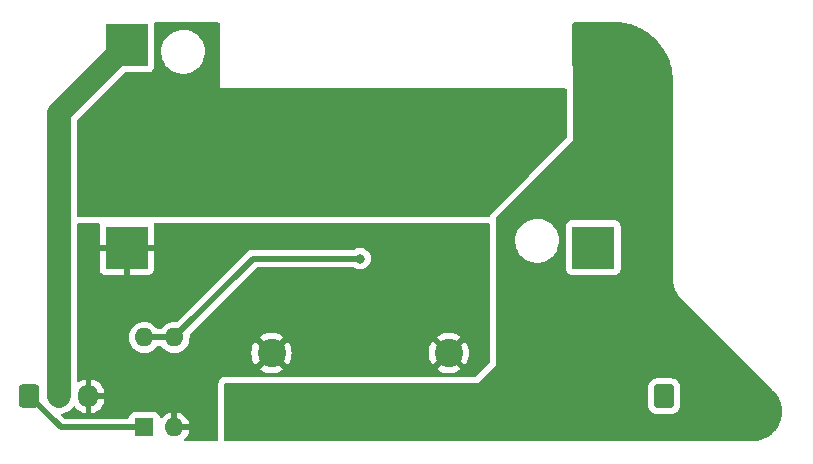
<source format=gbr>
%TF.GenerationSoftware,KiCad,Pcbnew,7.0.6*%
%TF.CreationDate,2023-09-03T00:14:34+09:00*%
%TF.ProjectId,KickerAdjust_20230828,4b69636b-6572-4416-946a-7573745f3230,rev?*%
%TF.SameCoordinates,Original*%
%TF.FileFunction,Copper,L1,Top*%
%TF.FilePolarity,Positive*%
%FSLAX46Y46*%
G04 Gerber Fmt 4.6, Leading zero omitted, Abs format (unit mm)*
G04 Created by KiCad (PCBNEW 7.0.6) date 2023-09-03 00:14:34*
%MOMM*%
%LPD*%
G01*
G04 APERTURE LIST*
G04 Aperture macros list*
%AMRoundRect*
0 Rectangle with rounded corners*
0 $1 Rounding radius*
0 $2 $3 $4 $5 $6 $7 $8 $9 X,Y pos of 4 corners*
0 Add a 4 corners polygon primitive as box body*
4,1,4,$2,$3,$4,$5,$6,$7,$8,$9,$2,$3,0*
0 Add four circle primitives for the rounded corners*
1,1,$1+$1,$2,$3*
1,1,$1+$1,$4,$5*
1,1,$1+$1,$6,$7*
1,1,$1+$1,$8,$9*
0 Add four rect primitives between the rounded corners*
20,1,$1+$1,$2,$3,$4,$5,0*
20,1,$1+$1,$4,$5,$6,$7,0*
20,1,$1+$1,$6,$7,$8,$9,0*
20,1,$1+$1,$8,$9,$2,$3,0*%
G04 Aperture macros list end*
%TA.AperFunction,ComponentPad*%
%ADD10R,2.400000X2.400000*%
%TD*%
%TA.AperFunction,ComponentPad*%
%ADD11C,2.400000*%
%TD*%
%TA.AperFunction,ComponentPad*%
%ADD12R,1.600000X1.600000*%
%TD*%
%TA.AperFunction,ComponentPad*%
%ADD13O,1.600000X1.600000*%
%TD*%
%TA.AperFunction,ComponentPad*%
%ADD14R,3.600000X3.600000*%
%TD*%
%TA.AperFunction,ComponentPad*%
%ADD15RoundRect,0.250000X-0.600000X-0.750000X0.600000X-0.750000X0.600000X0.750000X-0.600000X0.750000X0*%
%TD*%
%TA.AperFunction,ComponentPad*%
%ADD16O,1.700000X2.000000*%
%TD*%
%TA.AperFunction,ComponentPad*%
%ADD17RoundRect,0.250000X-0.600000X-0.725000X0.600000X-0.725000X0.600000X0.725000X-0.600000X0.725000X0*%
%TD*%
%TA.AperFunction,ComponentPad*%
%ADD18O,1.700000X1.950000*%
%TD*%
%TA.AperFunction,ViaPad*%
%ADD19C,0.800000*%
%TD*%
%TA.AperFunction,Conductor*%
%ADD20C,0.500000*%
%TD*%
%TA.AperFunction,Conductor*%
%ADD21C,2.000000*%
%TD*%
G04 APERTURE END LIST*
D10*
%TO.P,C2,1*%
%TO.N,+36V*%
X92500000Y-123000000D03*
D11*
%TO.P,C2,2*%
%TO.N,GND*%
X92500000Y-118000000D03*
%TD*%
D12*
%TO.P,U1,1,Anode*%
%TO.N,Sig*%
X81725000Y-124300000D03*
D13*
%TO.P,U1,2,Cathode*%
%TO.N,GND*%
X84265000Y-124300000D03*
%TO.P,U1,3,Drain*%
%TO.N,Net-(Q1-G)*%
X84265000Y-116680000D03*
%TO.P,U1,4,Drain*%
X81725000Y-116680000D03*
%TD*%
D14*
%TO.P,U2,1,IN+*%
%TO.N,+5V*%
X80251500Y-91927500D03*
%TO.P,U2,2,IN-*%
%TO.N,GND*%
X80251500Y-109072500D03*
%TO.P,U2,3,OUT+*%
%TO.N,+36V*%
X119748500Y-91927500D03*
%TO.P,U2,4,OUT-*%
%TO.N,GND*%
X119748500Y-109072500D03*
%TD*%
D15*
%TO.P,J2,1,Pin_1*%
%TO.N,Solenoid*%
X125750000Y-121650000D03*
D16*
%TO.P,J2,2,Pin_2*%
%TO.N,+36V*%
X128250000Y-121650000D03*
%TD*%
D17*
%TO.P,J1,1,Pin_1*%
%TO.N,Sig*%
X72000000Y-121650000D03*
D18*
%TO.P,J1,2,Pin_2*%
%TO.N,+5V*%
X74500000Y-121650000D03*
%TO.P,J1,3,Pin_3*%
%TO.N,GND*%
X77000000Y-121650000D03*
%TD*%
D10*
%TO.P,C1,1*%
%TO.N,+36V*%
X107500000Y-123000000D03*
D11*
%TO.P,C1,2*%
%TO.N,GND*%
X107500000Y-118000000D03*
%TD*%
D19*
%TO.N,+36V*%
X89000000Y-121500000D03*
X89000000Y-123000000D03*
X89000000Y-124500000D03*
X90500000Y-124500000D03*
X90500000Y-123000000D03*
X90500000Y-121500000D03*
X94500000Y-121500000D03*
X94500000Y-123000000D03*
X94500000Y-124500000D03*
X96000000Y-124500000D03*
X96000000Y-123000000D03*
X96000000Y-121500000D03*
X97500000Y-121500000D03*
X97500000Y-123000000D03*
X97500000Y-124500000D03*
X99000000Y-124500000D03*
X99000000Y-123000000D03*
X99000000Y-121500000D03*
X100500000Y-121500000D03*
X100500000Y-123000000D03*
X100500000Y-124500000D03*
X102000000Y-124500000D03*
X102000000Y-123000000D03*
X102000000Y-121500000D03*
X103500000Y-121500000D03*
X103500000Y-123000000D03*
X103500000Y-124500000D03*
X105000000Y-124500000D03*
X105000000Y-123000000D03*
X105000000Y-121500000D03*
X109500000Y-121500000D03*
X109500000Y-123000000D03*
X109500000Y-124500000D03*
X111000000Y-124500000D03*
X111000000Y-123000000D03*
X111000000Y-121500000D03*
X112500000Y-121500000D03*
X112500000Y-123000000D03*
X112500000Y-124500000D03*
X114000000Y-124500000D03*
X114000000Y-123000000D03*
X114000000Y-120000000D03*
X114000000Y-121500000D03*
X127500000Y-118500000D03*
X129000000Y-118500000D03*
X130500000Y-118500000D03*
X130500000Y-120000000D03*
X132000000Y-120000000D03*
X133500000Y-121500000D03*
X132000000Y-121500000D03*
X130500000Y-121500000D03*
X130500000Y-123000000D03*
X132000000Y-123000000D03*
X133500000Y-123000000D03*
X133500000Y-124500000D03*
X132000000Y-124500000D03*
X130500000Y-124500000D03*
X129000000Y-124500000D03*
X127500000Y-124500000D03*
X126000000Y-124500000D03*
X124500000Y-124500000D03*
X123000000Y-124500000D03*
X121500000Y-124500000D03*
X121500000Y-123000000D03*
X120000000Y-123000000D03*
X120000000Y-124500000D03*
X118500000Y-124500000D03*
X117000000Y-124500000D03*
X115500000Y-124500000D03*
X115500000Y-123000000D03*
X117000000Y-123000000D03*
X118500000Y-123000000D03*
X118500000Y-121500000D03*
X117000000Y-121500000D03*
X115500000Y-121500000D03*
X115500000Y-120000000D03*
X117000000Y-120000000D03*
X118500000Y-120000000D03*
X120000000Y-120000000D03*
X120000000Y-121500000D03*
X121500000Y-121500000D03*
X121500000Y-120000000D03*
%TO.N,Solenoid*%
X109000000Y-105500000D03*
X109000000Y-104000000D03*
X110500000Y-105500000D03*
X110500000Y-104000000D03*
X110500000Y-102500000D03*
X112000000Y-104000000D03*
X112000000Y-102500000D03*
X112000000Y-101000000D03*
X116500000Y-99500000D03*
X113500000Y-102500000D03*
X113500000Y-101000000D03*
X113500000Y-99500000D03*
X115000000Y-101000000D03*
X115000000Y-99500000D03*
X115000000Y-98000000D03*
X116500000Y-98000000D03*
X116500000Y-96500000D03*
X91000000Y-101000000D03*
X91000000Y-99500000D03*
X91000000Y-98000000D03*
X91000000Y-96500000D03*
X89500000Y-96500000D03*
X89500000Y-98000000D03*
X89500000Y-99500000D03*
X89500000Y-101000000D03*
X89500000Y-104000000D03*
X91000000Y-104000000D03*
X91000000Y-102500000D03*
X89500000Y-102500000D03*
X86500000Y-102500000D03*
X86500000Y-101000000D03*
X86500000Y-99500000D03*
X86500000Y-98000000D03*
X86500000Y-96500000D03*
X88000000Y-96500000D03*
X88000000Y-98000000D03*
X88000000Y-99500000D03*
X88000000Y-101000000D03*
X88000000Y-102500000D03*
X88000000Y-104000000D03*
X86500000Y-104000000D03*
X86500000Y-105500000D03*
X88000000Y-105500000D03*
X89500000Y-105500000D03*
X91000000Y-105500000D03*
X92500000Y-105500000D03*
X92500000Y-104000000D03*
X92500000Y-102500000D03*
X92500000Y-101000000D03*
X92500000Y-99500000D03*
X92500000Y-98000000D03*
X92500000Y-96500000D03*
X94000000Y-96500000D03*
X94000000Y-98000000D03*
X94000000Y-99500000D03*
X94000000Y-101000000D03*
X94000000Y-102500000D03*
X94000000Y-104000000D03*
X94000000Y-105500000D03*
X95500000Y-105500000D03*
X95500000Y-104000000D03*
X95500000Y-102500000D03*
X95500000Y-101000000D03*
X95500000Y-99500000D03*
X95500000Y-98000000D03*
X95500000Y-96500000D03*
X97000000Y-96500000D03*
X98500000Y-96500000D03*
X100000000Y-96500000D03*
X101500000Y-96500000D03*
X103000000Y-96500000D03*
X106000000Y-101000000D03*
X106000000Y-99500000D03*
X106000000Y-98000000D03*
X106000000Y-96500000D03*
X104500000Y-96500000D03*
X104500000Y-98000000D03*
X104500000Y-99500000D03*
X104500000Y-101000000D03*
X104500000Y-102500000D03*
X106000000Y-102500000D03*
X106000000Y-104000000D03*
X104500000Y-104000000D03*
X104500000Y-105500000D03*
X106000000Y-105500000D03*
X107500000Y-105500000D03*
X107500000Y-104000000D03*
X109000000Y-102500000D03*
X107500000Y-102500000D03*
X107500000Y-101000000D03*
X109000000Y-101000000D03*
X110500000Y-101000000D03*
X112000000Y-99500000D03*
X110500000Y-99500000D03*
X109000000Y-99500000D03*
X107500000Y-99500000D03*
X107500000Y-98000000D03*
X107500000Y-96500000D03*
X109000000Y-96500000D03*
X109000000Y-98000000D03*
X110500000Y-98000000D03*
X110500000Y-96500000D03*
X112000000Y-96500000D03*
X112000000Y-98000000D03*
X113500000Y-98000000D03*
X113500000Y-96500000D03*
X115000000Y-96500000D03*
%TO.N,Net-(Q1-G)*%
X100000000Y-110000000D03*
%TD*%
D20*
%TO.N,Net-(Q1-G)*%
X90945000Y-110000000D02*
X100000000Y-110000000D01*
X84265000Y-116680000D02*
X90945000Y-110000000D01*
X81725000Y-116680000D02*
X84265000Y-116680000D01*
%TO.N,Sig*%
X74650000Y-124300000D02*
X81725000Y-124300000D01*
X72000000Y-121650000D02*
X74650000Y-124300000D01*
D21*
%TO.N,+5V*%
X74500000Y-97679000D02*
X80251500Y-91927500D01*
X74500000Y-121650000D02*
X74500000Y-97679000D01*
%TD*%
%TA.AperFunction,Conductor*%
%TO.N,GND*%
G36*
X77905944Y-107025185D02*
G01*
X77951699Y-107077989D01*
X77961643Y-107147147D01*
X77959582Y-107158012D01*
X77957902Y-107165122D01*
X77951500Y-107224655D01*
X77951500Y-108822500D01*
X79705618Y-108822500D01*
X79666944Y-108915869D01*
X79646323Y-109072500D01*
X79666944Y-109229131D01*
X79705618Y-109322500D01*
X77951500Y-109322500D01*
X77951500Y-110920344D01*
X77957901Y-110979872D01*
X77957903Y-110979879D01*
X78008145Y-111114586D01*
X78008149Y-111114593D01*
X78094309Y-111229687D01*
X78094312Y-111229690D01*
X78209406Y-111315850D01*
X78209413Y-111315854D01*
X78344120Y-111366096D01*
X78344127Y-111366098D01*
X78403655Y-111372499D01*
X78403672Y-111372500D01*
X80001500Y-111372500D01*
X80001500Y-109618381D01*
X80094869Y-109657056D01*
X80212177Y-109672500D01*
X80290823Y-109672500D01*
X80408131Y-109657056D01*
X80501500Y-109618381D01*
X80501500Y-111372500D01*
X82099328Y-111372500D01*
X82099344Y-111372499D01*
X82158872Y-111366098D01*
X82158879Y-111366096D01*
X82293586Y-111315854D01*
X82293593Y-111315850D01*
X82408687Y-111229690D01*
X82408690Y-111229687D01*
X82494850Y-111114593D01*
X82494854Y-111114586D01*
X82545096Y-110979879D01*
X82545098Y-110979872D01*
X82551499Y-110920344D01*
X82551500Y-110920327D01*
X82551500Y-109322500D01*
X80797382Y-109322500D01*
X80836056Y-109229131D01*
X80856677Y-109072500D01*
X80836056Y-108915869D01*
X80797382Y-108822500D01*
X82551500Y-108822500D01*
X82551500Y-107224672D01*
X82551499Y-107224655D01*
X82545097Y-107165122D01*
X82543418Y-107158012D01*
X82547160Y-107088243D01*
X82588028Y-107031572D01*
X82653047Y-107005993D01*
X82664095Y-107005500D01*
X110870500Y-107005500D01*
X110937539Y-107025185D01*
X110983294Y-107077989D01*
X110994500Y-107129500D01*
X110994500Y-118739254D01*
X110974815Y-118806293D01*
X110958181Y-118826935D01*
X109826935Y-119958181D01*
X109765612Y-119991666D01*
X109739254Y-119994500D01*
X88624000Y-119994500D01*
X88623991Y-119994500D01*
X88623990Y-119994501D01*
X88516549Y-120006052D01*
X88516537Y-120006054D01*
X88465027Y-120017260D01*
X88362502Y-120051383D01*
X88362496Y-120051386D01*
X88241462Y-120129171D01*
X88241451Y-120129179D01*
X88188659Y-120174923D01*
X88094433Y-120283664D01*
X88094430Y-120283668D01*
X88034664Y-120414534D01*
X88014978Y-120481575D01*
X88014976Y-120481580D01*
X87994500Y-120624001D01*
X87994500Y-125335500D01*
X87974815Y-125402539D01*
X87922011Y-125448294D01*
X87870500Y-125459500D01*
X85243340Y-125459500D01*
X85176301Y-125439815D01*
X85130546Y-125387011D01*
X85120602Y-125317853D01*
X85149627Y-125254297D01*
X85155659Y-125247819D01*
X85264657Y-125138820D01*
X85395134Y-124952482D01*
X85491265Y-124746326D01*
X85491269Y-124746317D01*
X85543872Y-124550000D01*
X84580686Y-124550000D01*
X84592641Y-124538045D01*
X84650165Y-124425148D01*
X84669986Y-124300000D01*
X84650165Y-124174852D01*
X84592641Y-124061955D01*
X84580686Y-124050000D01*
X85543872Y-124050000D01*
X85543872Y-124049999D01*
X85491269Y-123853682D01*
X85491265Y-123853673D01*
X85395134Y-123647517D01*
X85264657Y-123461179D01*
X85103820Y-123300342D01*
X84917482Y-123169865D01*
X84711328Y-123073734D01*
X84515000Y-123021127D01*
X84515000Y-123984314D01*
X84503045Y-123972359D01*
X84390148Y-123914835D01*
X84296481Y-123900000D01*
X84233519Y-123900000D01*
X84139852Y-123914835D01*
X84026955Y-123972359D01*
X84015000Y-123984314D01*
X84015000Y-123021127D01*
X83818671Y-123073734D01*
X83612517Y-123169865D01*
X83426179Y-123300342D01*
X83265339Y-123461182D01*
X83247806Y-123486222D01*
X83193229Y-123529845D01*
X83123730Y-123537037D01*
X83061376Y-123505513D01*
X83025963Y-123445283D01*
X83022943Y-123428349D01*
X83019091Y-123392516D01*
X82968797Y-123257671D01*
X82968793Y-123257664D01*
X82882547Y-123142455D01*
X82882544Y-123142452D01*
X82767335Y-123056206D01*
X82767328Y-123056202D01*
X82632482Y-123005908D01*
X82632483Y-123005908D01*
X82572883Y-122999501D01*
X82572881Y-122999500D01*
X82572873Y-122999500D01*
X82572864Y-122999500D01*
X80877129Y-122999500D01*
X80877123Y-122999501D01*
X80817516Y-123005908D01*
X80682671Y-123056202D01*
X80682664Y-123056206D01*
X80567455Y-123142452D01*
X80567452Y-123142455D01*
X80481206Y-123257664D01*
X80481202Y-123257671D01*
X80430910Y-123392513D01*
X80430909Y-123392517D01*
X80425937Y-123438757D01*
X80399201Y-123503306D01*
X80341809Y-123543154D01*
X80302649Y-123549500D01*
X75012229Y-123549500D01*
X74945190Y-123529815D01*
X74924548Y-123513181D01*
X74741140Y-123329773D01*
X74707655Y-123268450D01*
X74712639Y-123198758D01*
X74754511Y-123142825D01*
X74808411Y-123119783D01*
X74869614Y-123109571D01*
X75104810Y-123028828D01*
X75323509Y-122910474D01*
X75519744Y-122757738D01*
X75688164Y-122574785D01*
X75695939Y-122562883D01*
X75749085Y-122517526D01*
X75818316Y-122508102D01*
X75881652Y-122537603D01*
X75901324Y-122559581D01*
X75961886Y-122646073D01*
X75961891Y-122646079D01*
X76128917Y-122813105D01*
X76322421Y-122948600D01*
X76536507Y-123048429D01*
X76536516Y-123048433D01*
X76750000Y-123105634D01*
X76750000Y-122058018D01*
X76864801Y-122110446D01*
X76966025Y-122125000D01*
X77033975Y-122125000D01*
X77135199Y-122110446D01*
X77249999Y-122058018D01*
X77249999Y-123105633D01*
X77463483Y-123048433D01*
X77463492Y-123048429D01*
X77677577Y-122948600D01*
X77677579Y-122948599D01*
X77871073Y-122813113D01*
X77871079Y-122813108D01*
X78038108Y-122646079D01*
X78038113Y-122646073D01*
X78173599Y-122452579D01*
X78173600Y-122452577D01*
X78273429Y-122238492D01*
X78273433Y-122238483D01*
X78334567Y-122010326D01*
X78334569Y-122010316D01*
X78344221Y-121900000D01*
X77403969Y-121900000D01*
X77436519Y-121849351D01*
X77475000Y-121718295D01*
X77475000Y-121581705D01*
X77436519Y-121450649D01*
X77403969Y-121400000D01*
X78344221Y-121400000D01*
X78334569Y-121289683D01*
X78334567Y-121289673D01*
X78273433Y-121061516D01*
X78273429Y-121061507D01*
X78173600Y-120847422D01*
X78173599Y-120847420D01*
X78038113Y-120653926D01*
X78038108Y-120653920D01*
X77871082Y-120486894D01*
X77677578Y-120351399D01*
X77463492Y-120251570D01*
X77463486Y-120251567D01*
X77250000Y-120194364D01*
X77250000Y-121241981D01*
X77135199Y-121189554D01*
X77033975Y-121175000D01*
X76966025Y-121175000D01*
X76864801Y-121189554D01*
X76750000Y-121241981D01*
X76750000Y-120194364D01*
X76749999Y-120194364D01*
X76536513Y-120251567D01*
X76536507Y-120251570D01*
X76322422Y-120351399D01*
X76322420Y-120351400D01*
X76195623Y-120440185D01*
X76129417Y-120462512D01*
X76061650Y-120445502D01*
X76013837Y-120394554D01*
X76000500Y-120338610D01*
X76000500Y-118000004D01*
X90795233Y-118000004D01*
X90814273Y-118254079D01*
X90870968Y-118502477D01*
X90870973Y-118502494D01*
X90964058Y-118739671D01*
X90964057Y-118739671D01*
X91091457Y-118960332D01*
X91133452Y-119012993D01*
X91937226Y-118209219D01*
X91975901Y-118302588D01*
X92072075Y-118427925D01*
X92197412Y-118524099D01*
X92290779Y-118562772D01*
X91486813Y-119366737D01*
X91647623Y-119476375D01*
X91647624Y-119476376D01*
X91877176Y-119586921D01*
X91877174Y-119586921D01*
X92120652Y-119662024D01*
X92120658Y-119662026D01*
X92372595Y-119699999D01*
X92372604Y-119700000D01*
X92627396Y-119700000D01*
X92627404Y-119699999D01*
X92879341Y-119662026D01*
X92879347Y-119662024D01*
X93122824Y-119586921D01*
X93352381Y-119476373D01*
X93513185Y-119366737D01*
X92709220Y-118562772D01*
X92802588Y-118524099D01*
X92927925Y-118427925D01*
X93024099Y-118302589D01*
X93062773Y-118209220D01*
X93866545Y-119012993D01*
X93908545Y-118960327D01*
X94035941Y-118739671D01*
X94129026Y-118502494D01*
X94129031Y-118502477D01*
X94185726Y-118254079D01*
X94204767Y-118000004D01*
X105795233Y-118000004D01*
X105814273Y-118254079D01*
X105870968Y-118502477D01*
X105870973Y-118502494D01*
X105964058Y-118739671D01*
X105964057Y-118739671D01*
X106091457Y-118960332D01*
X106133452Y-119012993D01*
X106133453Y-119012993D01*
X106937226Y-118209219D01*
X106975901Y-118302588D01*
X107072075Y-118427925D01*
X107197412Y-118524099D01*
X107290779Y-118562772D01*
X106486813Y-119366737D01*
X106647623Y-119476375D01*
X106647624Y-119476376D01*
X106877176Y-119586921D01*
X106877174Y-119586921D01*
X107120652Y-119662024D01*
X107120658Y-119662026D01*
X107372595Y-119699999D01*
X107372604Y-119700000D01*
X107627396Y-119700000D01*
X107627404Y-119699999D01*
X107879341Y-119662026D01*
X107879347Y-119662024D01*
X108122824Y-119586921D01*
X108352381Y-119476373D01*
X108513185Y-119366737D01*
X107709220Y-118562772D01*
X107802588Y-118524099D01*
X107927925Y-118427925D01*
X108024099Y-118302589D01*
X108062773Y-118209220D01*
X108866545Y-119012993D01*
X108908545Y-118960327D01*
X109035941Y-118739671D01*
X109129026Y-118502494D01*
X109129031Y-118502477D01*
X109185726Y-118254079D01*
X109204767Y-118000004D01*
X109204767Y-117999995D01*
X109185726Y-117745920D01*
X109129031Y-117497522D01*
X109129026Y-117497505D01*
X109035941Y-117260328D01*
X109035942Y-117260328D01*
X108908544Y-117039671D01*
X108866546Y-116987006D01*
X108062772Y-117790778D01*
X108024099Y-117697412D01*
X107927925Y-117572075D01*
X107802588Y-117475901D01*
X107709220Y-117437227D01*
X108513185Y-116633261D01*
X108352377Y-116523624D01*
X108352376Y-116523623D01*
X108122823Y-116413078D01*
X108122825Y-116413078D01*
X107879347Y-116337975D01*
X107879341Y-116337973D01*
X107627404Y-116300000D01*
X107372595Y-116300000D01*
X107120658Y-116337973D01*
X107120652Y-116337975D01*
X106877175Y-116413078D01*
X106647624Y-116523623D01*
X106647616Y-116523628D01*
X106486813Y-116633261D01*
X107290779Y-117437227D01*
X107197412Y-117475901D01*
X107072075Y-117572075D01*
X106975901Y-117697411D01*
X106937226Y-117790779D01*
X106133453Y-116987006D01*
X106091455Y-117039670D01*
X105964058Y-117260328D01*
X105870973Y-117497505D01*
X105870968Y-117497522D01*
X105814273Y-117745920D01*
X105795233Y-117999995D01*
X105795233Y-118000004D01*
X94204767Y-118000004D01*
X94204767Y-117999995D01*
X94185726Y-117745920D01*
X94129031Y-117497522D01*
X94129026Y-117497505D01*
X94035941Y-117260328D01*
X94035942Y-117260328D01*
X93908544Y-117039671D01*
X93866546Y-116987006D01*
X93062772Y-117790779D01*
X93024099Y-117697412D01*
X92927925Y-117572075D01*
X92802588Y-117475901D01*
X92709220Y-117437227D01*
X93513185Y-116633261D01*
X93352377Y-116523624D01*
X93352376Y-116523623D01*
X93122823Y-116413078D01*
X93122825Y-116413078D01*
X92879347Y-116337975D01*
X92879341Y-116337973D01*
X92627404Y-116300000D01*
X92372595Y-116300000D01*
X92120658Y-116337973D01*
X92120652Y-116337975D01*
X91877175Y-116413078D01*
X91647624Y-116523623D01*
X91647616Y-116523628D01*
X91486813Y-116633261D01*
X92290779Y-117437227D01*
X92197412Y-117475901D01*
X92072075Y-117572075D01*
X91975901Y-117697411D01*
X91937226Y-117790779D01*
X91133453Y-116987006D01*
X91091455Y-117039670D01*
X90964058Y-117260328D01*
X90870973Y-117497505D01*
X90870968Y-117497522D01*
X90814273Y-117745920D01*
X90795233Y-117999995D01*
X90795233Y-118000004D01*
X76000500Y-118000004D01*
X76000500Y-116680001D01*
X80419532Y-116680001D01*
X80439364Y-116906686D01*
X80439366Y-116906697D01*
X80498258Y-117126488D01*
X80498261Y-117126497D01*
X80594431Y-117332732D01*
X80594432Y-117332734D01*
X80724954Y-117519141D01*
X80885858Y-117680045D01*
X80885861Y-117680047D01*
X81072266Y-117810568D01*
X81278504Y-117906739D01*
X81498308Y-117965635D01*
X81660230Y-117979801D01*
X81724998Y-117985468D01*
X81725000Y-117985468D01*
X81725002Y-117985468D01*
X81781673Y-117980509D01*
X81951692Y-117965635D01*
X82171496Y-117906739D01*
X82377734Y-117810568D01*
X82564139Y-117680047D01*
X82725047Y-117519139D01*
X82750086Y-117483377D01*
X82804665Y-117439752D01*
X82851663Y-117430500D01*
X83138337Y-117430500D01*
X83205376Y-117450185D01*
X83239912Y-117483377D01*
X83264954Y-117519141D01*
X83425858Y-117680045D01*
X83425861Y-117680047D01*
X83612266Y-117810568D01*
X83818504Y-117906739D01*
X84038308Y-117965635D01*
X84200230Y-117979801D01*
X84264998Y-117985468D01*
X84265000Y-117985468D01*
X84265002Y-117985468D01*
X84321673Y-117980509D01*
X84491692Y-117965635D01*
X84711496Y-117906739D01*
X84917734Y-117810568D01*
X85104139Y-117680047D01*
X85265047Y-117519139D01*
X85395568Y-117332734D01*
X85491739Y-117126496D01*
X85550635Y-116906692D01*
X85570468Y-116680000D01*
X85555869Y-116513137D01*
X85569635Y-116444639D01*
X85591713Y-116414653D01*
X91219547Y-110786818D01*
X91280871Y-110753334D01*
X91307229Y-110750500D01*
X99460663Y-110750500D01*
X99527702Y-110770185D01*
X99533548Y-110774182D01*
X99547265Y-110784148D01*
X99547270Y-110784151D01*
X99720192Y-110861142D01*
X99720197Y-110861144D01*
X99905354Y-110900500D01*
X99905355Y-110900500D01*
X100094644Y-110900500D01*
X100094646Y-110900500D01*
X100279803Y-110861144D01*
X100452730Y-110784151D01*
X100605871Y-110672888D01*
X100732533Y-110532216D01*
X100827179Y-110368284D01*
X100885674Y-110188256D01*
X100905460Y-110000000D01*
X100885674Y-109811744D01*
X100827179Y-109631716D01*
X100732533Y-109467784D01*
X100605871Y-109327112D01*
X100605870Y-109327111D01*
X100452734Y-109215851D01*
X100452729Y-109215848D01*
X100279807Y-109138857D01*
X100279802Y-109138855D01*
X100134001Y-109107865D01*
X100094646Y-109099500D01*
X99905354Y-109099500D01*
X99872897Y-109106398D01*
X99720197Y-109138855D01*
X99720192Y-109138857D01*
X99547270Y-109215848D01*
X99547265Y-109215851D01*
X99533548Y-109225818D01*
X99467742Y-109249298D01*
X99460663Y-109249500D01*
X91008705Y-109249500D01*
X90990735Y-109248191D01*
X90966972Y-109244710D01*
X90921533Y-109248686D01*
X90914931Y-109249264D01*
X90909530Y-109249500D01*
X90901289Y-109249500D01*
X90879579Y-109252037D01*
X90868724Y-109253306D01*
X90853419Y-109254645D01*
X90792199Y-109260001D01*
X90785132Y-109261460D01*
X90785120Y-109261404D01*
X90777763Y-109263035D01*
X90777777Y-109263092D01*
X90770743Y-109264759D01*
X90698575Y-109291025D01*
X90625675Y-109315181D01*
X90619126Y-109318236D01*
X90619101Y-109318183D01*
X90612308Y-109321471D01*
X90612334Y-109321523D01*
X90605880Y-109324764D01*
X90541708Y-109366971D01*
X90476347Y-109407285D01*
X90470683Y-109411765D01*
X90470647Y-109411719D01*
X90464798Y-109416484D01*
X90464835Y-109416528D01*
X90459310Y-109421164D01*
X90406597Y-109477035D01*
X84530348Y-115353282D01*
X84469025Y-115386767D01*
X84431861Y-115389129D01*
X84265003Y-115374532D01*
X84264998Y-115374532D01*
X84038313Y-115394364D01*
X84038302Y-115394366D01*
X83818511Y-115453258D01*
X83818502Y-115453261D01*
X83612267Y-115549431D01*
X83612265Y-115549432D01*
X83425858Y-115679954D01*
X83264954Y-115840858D01*
X83239912Y-115876623D01*
X83185335Y-115920248D01*
X83138337Y-115929500D01*
X82851663Y-115929500D01*
X82784624Y-115909815D01*
X82750088Y-115876623D01*
X82725045Y-115840858D01*
X82564141Y-115679954D01*
X82377734Y-115549432D01*
X82377732Y-115549431D01*
X82171497Y-115453261D01*
X82171488Y-115453258D01*
X81951697Y-115394366D01*
X81951693Y-115394365D01*
X81951692Y-115394365D01*
X81951691Y-115394364D01*
X81951686Y-115394364D01*
X81725002Y-115374532D01*
X81724998Y-115374532D01*
X81498313Y-115394364D01*
X81498302Y-115394366D01*
X81278511Y-115453258D01*
X81278502Y-115453261D01*
X81072267Y-115549431D01*
X81072265Y-115549432D01*
X80885858Y-115679954D01*
X80724954Y-115840858D01*
X80594432Y-116027265D01*
X80594431Y-116027267D01*
X80498261Y-116233502D01*
X80498258Y-116233511D01*
X80439366Y-116453302D01*
X80439364Y-116453313D01*
X80419532Y-116679998D01*
X80419532Y-116680001D01*
X76000500Y-116680001D01*
X76000500Y-107129500D01*
X76020185Y-107062461D01*
X76072989Y-107016706D01*
X76124500Y-107005500D01*
X77838905Y-107005500D01*
X77905944Y-107025185D01*
G37*
%TD.AperFunction*%
%TD*%
%TA.AperFunction,Conductor*%
%TO.N,Solenoid*%
G36*
X88056539Y-90019685D02*
G01*
X88102294Y-90072489D01*
X88113500Y-90124000D01*
X88113500Y-95574467D01*
X88113416Y-95574889D01*
X88113459Y-95599001D01*
X88113500Y-95599099D01*
X88113616Y-95599382D01*
X88113618Y-95599384D01*
X88113808Y-95599462D01*
X88114000Y-95599541D01*
X88114002Y-95599539D01*
X88138616Y-95599524D01*
X88138616Y-95599528D01*
X88138760Y-95599500D01*
X117370500Y-95599500D01*
X117437539Y-95619185D01*
X117483294Y-95671989D01*
X117494500Y-95723500D01*
X117494500Y-99739251D01*
X117474815Y-99806290D01*
X117458181Y-99826932D01*
X114313738Y-102971375D01*
X111169295Y-106115819D01*
X111151197Y-106135968D01*
X111151198Y-106135968D01*
X111151196Y-106135970D01*
X111126071Y-106167150D01*
X111126071Y-106167149D01*
X111094435Y-106211023D01*
X111094431Y-106211031D01*
X111034665Y-106341894D01*
X111034661Y-106341903D01*
X111024650Y-106376000D01*
X111014978Y-106408938D01*
X111014976Y-106408944D01*
X111014975Y-106408949D01*
X111013217Y-106414221D01*
X111010936Y-106413460D01*
X110981431Y-106465250D01*
X110919513Y-106497622D01*
X110895347Y-106500000D01*
X76124500Y-106500000D01*
X76057461Y-106480315D01*
X76011706Y-106427511D01*
X76000500Y-106376000D01*
X76000500Y-98351889D01*
X76020185Y-98284850D01*
X76036814Y-98264213D01*
X80036709Y-94264317D01*
X80098032Y-94230833D01*
X80124390Y-94227999D01*
X82099371Y-94227999D01*
X82099372Y-94227999D01*
X82158983Y-94221591D01*
X82293831Y-94171296D01*
X82409046Y-94085046D01*
X82495296Y-93969831D01*
X82545591Y-93834983D01*
X82552000Y-93775373D01*
X82552000Y-92566763D01*
X83159787Y-92566763D01*
X83189413Y-92836013D01*
X83189415Y-92836024D01*
X83257298Y-93095679D01*
X83257928Y-93098088D01*
X83363870Y-93347390D01*
X83498288Y-93567642D01*
X83504979Y-93578605D01*
X83504986Y-93578615D01*
X83678253Y-93786819D01*
X83678259Y-93786824D01*
X83879998Y-93967582D01*
X84105910Y-94117044D01*
X84351176Y-94232020D01*
X84351183Y-94232022D01*
X84351185Y-94232023D01*
X84610557Y-94310057D01*
X84610564Y-94310058D01*
X84610569Y-94310060D01*
X84878561Y-94349500D01*
X84878566Y-94349500D01*
X85081636Y-94349500D01*
X85133133Y-94345730D01*
X85284156Y-94334677D01*
X85396758Y-94309593D01*
X85548546Y-94275782D01*
X85548548Y-94275781D01*
X85548553Y-94275780D01*
X85801558Y-94179014D01*
X86037777Y-94046441D01*
X86252177Y-93880888D01*
X86440186Y-93685881D01*
X86597799Y-93465579D01*
X86684253Y-93297424D01*
X86721649Y-93224690D01*
X86721651Y-93224684D01*
X86721656Y-93224675D01*
X86809118Y-92968305D01*
X86858319Y-92701933D01*
X86868212Y-92431235D01*
X86838586Y-92161982D01*
X86770072Y-91899912D01*
X86664130Y-91650610D01*
X86523018Y-91419390D01*
X86521845Y-91417981D01*
X86349746Y-91211180D01*
X86349740Y-91211175D01*
X86148002Y-91030418D01*
X85922092Y-90880957D01*
X85922090Y-90880956D01*
X85676824Y-90765980D01*
X85676819Y-90765978D01*
X85676814Y-90765976D01*
X85417442Y-90687942D01*
X85417428Y-90687939D01*
X85301791Y-90670921D01*
X85149439Y-90648500D01*
X84946369Y-90648500D01*
X84946364Y-90648500D01*
X84743844Y-90663323D01*
X84743831Y-90663325D01*
X84479453Y-90722217D01*
X84479446Y-90722220D01*
X84226439Y-90818987D01*
X83990226Y-90951557D01*
X83775822Y-91117112D01*
X83587822Y-91312109D01*
X83587816Y-91312116D01*
X83430202Y-91532419D01*
X83430199Y-91532424D01*
X83306350Y-91773309D01*
X83306343Y-91773327D01*
X83218884Y-92029685D01*
X83218881Y-92029699D01*
X83169681Y-92296068D01*
X83169680Y-92296075D01*
X83159787Y-92566763D01*
X82552000Y-92566763D01*
X82551999Y-90123999D01*
X82571684Y-90056961D01*
X82624488Y-90011206D01*
X82675999Y-90000000D01*
X87989500Y-90000000D01*
X88056539Y-90019685D01*
G37*
%TD.AperFunction*%
%TD*%
%TA.AperFunction,Conductor*%
%TO.N,+36V*%
G36*
X122082573Y-90000477D02*
G01*
X122095235Y-90002054D01*
X122122811Y-90005492D01*
X122323290Y-90031886D01*
X122327894Y-90032671D01*
X122540182Y-90077183D01*
X122738541Y-90121158D01*
X122742759Y-90122252D01*
X122950532Y-90184109D01*
X123144658Y-90245317D01*
X123148530Y-90246680D01*
X123252527Y-90287260D01*
X123350440Y-90325467D01*
X123538770Y-90403475D01*
X123542240Y-90405039D01*
X123653269Y-90459318D01*
X123737009Y-90500257D01*
X123917991Y-90594469D01*
X123921100Y-90596203D01*
X124107397Y-90707211D01*
X124279654Y-90816951D01*
X124282369Y-90818783D01*
X124458936Y-90944850D01*
X124621112Y-91069291D01*
X124623389Y-91071127D01*
X124789085Y-91211464D01*
X124940874Y-91350553D01*
X125095448Y-91505127D01*
X125234541Y-91656921D01*
X125374865Y-91822602D01*
X125376742Y-91824930D01*
X125501119Y-91987021D01*
X125627242Y-92163667D01*
X125629073Y-92166381D01*
X125738751Y-92338539D01*
X125849811Y-92524924D01*
X125851544Y-92528032D01*
X125945700Y-92708902D01*
X126040968Y-92903775D01*
X126042549Y-92907280D01*
X126120483Y-93095434D01*
X126199328Y-93297492D01*
X126200700Y-93301387D01*
X126261835Y-93495282D01*
X126323752Y-93703258D01*
X126324860Y-93707530D01*
X126368746Y-93905484D01*
X126413338Y-94118156D01*
X126414127Y-94122788D01*
X126440443Y-94322672D01*
X126467429Y-94539173D01*
X126467846Y-94544140D01*
X126476468Y-94741640D01*
X126485500Y-94960000D01*
X126485500Y-111588396D01*
X126482394Y-111598970D01*
X126485343Y-111643966D01*
X126485476Y-111648020D01*
X126485479Y-111794403D01*
X126504214Y-111960635D01*
X126503867Y-111962614D01*
X126504673Y-111966665D01*
X126505474Y-111971817D01*
X126508546Y-111999079D01*
X126508804Y-112001969D01*
X126512670Y-112060960D01*
X126516082Y-112070111D01*
X126516158Y-112070094D01*
X126516286Y-112070656D01*
X126516589Y-112071468D01*
X126516931Y-112073481D01*
X126562630Y-112273683D01*
X126562517Y-112275512D01*
X126563110Y-112277257D01*
X126564846Y-112283391D01*
X126579431Y-112347288D01*
X126579438Y-112347313D01*
X126580190Y-112349461D01*
X126582479Y-112357847D01*
X126582791Y-112359416D01*
X126585230Y-112363861D01*
X126657284Y-112569770D01*
X126657419Y-112572424D01*
X126658481Y-112574577D01*
X126661398Y-112581527D01*
X126672194Y-112612379D01*
X126686377Y-112641830D01*
X126689230Y-112648808D01*
X126689667Y-112650097D01*
X126691804Y-112653099D01*
X126786530Y-112849794D01*
X126787123Y-112853397D01*
X126788790Y-112855891D01*
X126793105Y-112863446D01*
X126794056Y-112865421D01*
X126794057Y-112865424D01*
X126828846Y-112920790D01*
X126831958Y-112926358D01*
X126832419Y-112927292D01*
X126834097Y-112929146D01*
X126943478Y-113103224D01*
X126944827Y-113105125D01*
X126945013Y-113105668D01*
X126945328Y-113106168D01*
X126945211Y-113106241D01*
X126947598Y-113113176D01*
X126988702Y-113160040D01*
X126990541Y-113162239D01*
X127001622Y-113176133D01*
X127007048Y-113182938D01*
X127010126Y-113187150D01*
X127011745Y-113189573D01*
X127013708Y-113191289D01*
X127118584Y-113322799D01*
X127210739Y-113414955D01*
X127210752Y-113414970D01*
X127217808Y-113422025D01*
X127217809Y-113422027D01*
X127221861Y-113426079D01*
X127224619Y-113429024D01*
X127250221Y-113458214D01*
X127262257Y-113466475D01*
X134987076Y-121191294D01*
X134989581Y-121193951D01*
X135095495Y-121313137D01*
X135183554Y-121412852D01*
X135187950Y-121418446D01*
X135276632Y-121545683D01*
X135355576Y-121661226D01*
X135359065Y-121666980D01*
X135431629Y-121802732D01*
X135496363Y-121928491D01*
X135498974Y-121934273D01*
X135554934Y-122077246D01*
X135603869Y-122210738D01*
X135605650Y-122216426D01*
X135644385Y-122364861D01*
X135676540Y-122503848D01*
X135677552Y-122509330D01*
X135698572Y-122661299D01*
X135713322Y-122803519D01*
X135713641Y-122808699D01*
X135716656Y-122962172D01*
X135713694Y-123105430D01*
X135713408Y-123110227D01*
X135698497Y-123261632D01*
X135698147Y-123264494D01*
X135677659Y-123405122D01*
X135676866Y-123409472D01*
X135644267Y-123558050D01*
X135643483Y-123561223D01*
X135605755Y-123698239D01*
X135604557Y-123702094D01*
X135554724Y-123845803D01*
X135553426Y-123849217D01*
X135499043Y-123980506D01*
X135497547Y-123983838D01*
X135431155Y-124120718D01*
X135429275Y-124124292D01*
X135359084Y-124247821D01*
X135357396Y-124250618D01*
X135275360Y-124378772D01*
X135272845Y-124382409D01*
X135187954Y-124496253D01*
X135186177Y-124498524D01*
X135089586Y-124616219D01*
X135086396Y-124619813D01*
X134987274Y-124723120D01*
X134876529Y-124829595D01*
X134872640Y-124833032D01*
X134761783Y-124923054D01*
X134639322Y-125015754D01*
X134634730Y-125018915D01*
X134513910Y-125094334D01*
X134381344Y-125172029D01*
X134376064Y-125174791D01*
X134247393Y-125234432D01*
X134106396Y-125296103D01*
X134100460Y-125298345D01*
X133966248Y-125341338D01*
X133818459Y-125386167D01*
X133811923Y-125387768D01*
X133675265Y-125413484D01*
X133521715Y-125440902D01*
X133514656Y-125441749D01*
X133387928Y-125449624D01*
X133352790Y-125451695D01*
X133222214Y-125459393D01*
X133218593Y-125459500D01*
X88624000Y-125459500D01*
X88556961Y-125439815D01*
X88511206Y-125387011D01*
X88500000Y-125335500D01*
X88500000Y-122450001D01*
X124399500Y-122450001D01*
X124399501Y-122450018D01*
X124410000Y-122552796D01*
X124410001Y-122552799D01*
X124445955Y-122661299D01*
X124465186Y-122719334D01*
X124557288Y-122868656D01*
X124681344Y-122992712D01*
X124830666Y-123084814D01*
X124997203Y-123139999D01*
X125099991Y-123150500D01*
X126400008Y-123150499D01*
X126502797Y-123139999D01*
X126669334Y-123084814D01*
X126818656Y-122992712D01*
X126942712Y-122868656D01*
X127034814Y-122719334D01*
X127089999Y-122552797D01*
X127100500Y-122450009D01*
X127100499Y-120849992D01*
X127089999Y-120747203D01*
X127034814Y-120580666D01*
X126942712Y-120431344D01*
X126818656Y-120307288D01*
X126669334Y-120215186D01*
X126502797Y-120160001D01*
X126502795Y-120160000D01*
X126400010Y-120149500D01*
X125099998Y-120149500D01*
X125099981Y-120149501D01*
X124997203Y-120160000D01*
X124997200Y-120160001D01*
X124830668Y-120215185D01*
X124830663Y-120215187D01*
X124681342Y-120307289D01*
X124557289Y-120431342D01*
X124465187Y-120580663D01*
X124465185Y-120580668D01*
X124437349Y-120664670D01*
X124410001Y-120747203D01*
X124410001Y-120747204D01*
X124410000Y-120747204D01*
X124399500Y-120849983D01*
X124399500Y-122450001D01*
X88500000Y-122450001D01*
X88500000Y-120624000D01*
X88519685Y-120556961D01*
X88572489Y-120511206D01*
X88624000Y-120500000D01*
X110000000Y-120500000D01*
X111500000Y-119000000D01*
X111500000Y-110920370D01*
X117448000Y-110920370D01*
X117448001Y-110920376D01*
X117454408Y-110979983D01*
X117504702Y-111114828D01*
X117504706Y-111114835D01*
X117590952Y-111230044D01*
X117590955Y-111230047D01*
X117706164Y-111316293D01*
X117706171Y-111316297D01*
X117841017Y-111366591D01*
X117841016Y-111366591D01*
X117847944Y-111367335D01*
X117900627Y-111373000D01*
X121596372Y-111372999D01*
X121655983Y-111366591D01*
X121790831Y-111316296D01*
X121906046Y-111230046D01*
X121992296Y-111114831D01*
X122042591Y-110979983D01*
X122049000Y-110920373D01*
X122048999Y-107224628D01*
X122042591Y-107165017D01*
X121992296Y-107030169D01*
X121992295Y-107030168D01*
X121992293Y-107030164D01*
X121906047Y-106914955D01*
X121906044Y-106914952D01*
X121790835Y-106828706D01*
X121790828Y-106828702D01*
X121655982Y-106778408D01*
X121655983Y-106778408D01*
X121596383Y-106772001D01*
X121596381Y-106772000D01*
X121596373Y-106772000D01*
X121596364Y-106772000D01*
X117900629Y-106772000D01*
X117900623Y-106772001D01*
X117841016Y-106778408D01*
X117706171Y-106828702D01*
X117706164Y-106828706D01*
X117590955Y-106914952D01*
X117590952Y-106914955D01*
X117504706Y-107030164D01*
X117504702Y-107030171D01*
X117454408Y-107165017D01*
X117448001Y-107224616D01*
X117448001Y-107224623D01*
X117448000Y-107224635D01*
X117448000Y-110920370D01*
X111500000Y-110920370D01*
X111500000Y-108568763D01*
X113131787Y-108568763D01*
X113161413Y-108838013D01*
X113161415Y-108838024D01*
X113229774Y-109099500D01*
X113229928Y-109100088D01*
X113335870Y-109349390D01*
X113346600Y-109366971D01*
X113476979Y-109580605D01*
X113476986Y-109580615D01*
X113650253Y-109788819D01*
X113650259Y-109788824D01*
X113755240Y-109882887D01*
X113851998Y-109969582D01*
X114077910Y-110119044D01*
X114323176Y-110234020D01*
X114323183Y-110234022D01*
X114323185Y-110234023D01*
X114582557Y-110312057D01*
X114582564Y-110312058D01*
X114582569Y-110312060D01*
X114850561Y-110351500D01*
X114850566Y-110351500D01*
X115053636Y-110351500D01*
X115105133Y-110347730D01*
X115256156Y-110336677D01*
X115368758Y-110311593D01*
X115520546Y-110277782D01*
X115520548Y-110277781D01*
X115520553Y-110277780D01*
X115773558Y-110181014D01*
X116009777Y-110048441D01*
X116224177Y-109882888D01*
X116412186Y-109687881D01*
X116569799Y-109467579D01*
X116645169Y-109320983D01*
X116693649Y-109226690D01*
X116693651Y-109226684D01*
X116693656Y-109226675D01*
X116781118Y-108970305D01*
X116830319Y-108703933D01*
X116840212Y-108433235D01*
X116810586Y-108163982D01*
X116742072Y-107901912D01*
X116636130Y-107652610D01*
X116495018Y-107421390D01*
X116405747Y-107314119D01*
X116321746Y-107213180D01*
X116321740Y-107213175D01*
X116120002Y-107032418D01*
X115894092Y-106882957D01*
X115778364Y-106828706D01*
X115648824Y-106767980D01*
X115648819Y-106767978D01*
X115648814Y-106767976D01*
X115389442Y-106689942D01*
X115389428Y-106689939D01*
X115273791Y-106672921D01*
X115121439Y-106650500D01*
X114918369Y-106650500D01*
X114918364Y-106650500D01*
X114715844Y-106665323D01*
X114715831Y-106665325D01*
X114451453Y-106724217D01*
X114451446Y-106724220D01*
X114198439Y-106820987D01*
X113962226Y-106953557D01*
X113747822Y-107119112D01*
X113559822Y-107314109D01*
X113559816Y-107314116D01*
X113402202Y-107534419D01*
X113402199Y-107534424D01*
X113278350Y-107775309D01*
X113278343Y-107775327D01*
X113190884Y-108031685D01*
X113190881Y-108031699D01*
X113141681Y-108298068D01*
X113141680Y-108298075D01*
X113131787Y-108568763D01*
X111500000Y-108568763D01*
X111500000Y-106551360D01*
X111519685Y-106484322D01*
X111536314Y-106463685D01*
X118000000Y-100000000D01*
X118000000Y-90124000D01*
X118019685Y-90056961D01*
X118072489Y-90011206D01*
X118124000Y-90000000D01*
X122074897Y-90000000D01*
X122082573Y-90000477D01*
G37*
%TD.AperFunction*%
%TD*%
M02*

</source>
